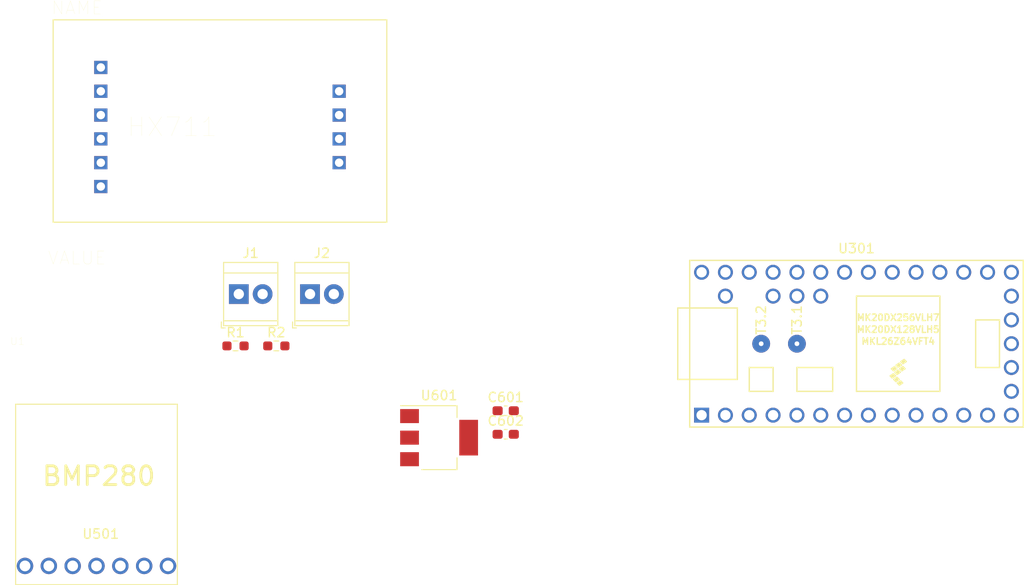
<source format=kicad_pcb>
(kicad_pcb (version 20171130) (host pcbnew "(5.1.9)-1")

  (general
    (thickness 1.6)
    (drawings 0)
    (tracks 0)
    (zones 0)
    (modules 10)
    (nets 57)
  )

  (page A4)
  (layers
    (0 F.Cu signal)
    (31 B.Cu signal)
    (32 B.Adhes user)
    (33 F.Adhes user)
    (34 B.Paste user)
    (35 F.Paste user)
    (36 B.SilkS user)
    (37 F.SilkS user)
    (38 B.Mask user)
    (39 F.Mask user)
    (40 Dwgs.User user)
    (41 Cmts.User user)
    (42 Eco1.User user)
    (43 Eco2.User user)
    (44 Edge.Cuts user)
    (45 Margin user)
    (46 B.CrtYd user)
    (47 F.CrtYd user)
    (48 B.Fab user)
    (49 F.Fab user)
  )

  (setup
    (last_trace_width 0.25)
    (trace_clearance 0.2)
    (zone_clearance 0.508)
    (zone_45_only no)
    (trace_min 0.2)
    (via_size 0.8)
    (via_drill 0.4)
    (via_min_size 0.4)
    (via_min_drill 0.3)
    (uvia_size 0.3)
    (uvia_drill 0.1)
    (uvias_allowed no)
    (uvia_min_size 0.2)
    (uvia_min_drill 0.1)
    (edge_width 0.05)
    (segment_width 0.2)
    (pcb_text_width 0.3)
    (pcb_text_size 1.5 1.5)
    (mod_edge_width 0.12)
    (mod_text_size 1 1)
    (mod_text_width 0.15)
    (pad_size 1.524 1.524)
    (pad_drill 0.762)
    (pad_to_mask_clearance 0)
    (aux_axis_origin 0 0)
    (visible_elements FFFFFF7F)
    (pcbplotparams
      (layerselection 0x010fc_ffffffff)
      (usegerberextensions false)
      (usegerberattributes true)
      (usegerberadvancedattributes true)
      (creategerberjobfile true)
      (excludeedgelayer true)
      (linewidth 0.100000)
      (plotframeref false)
      (viasonmask false)
      (mode 1)
      (useauxorigin false)
      (hpglpennumber 1)
      (hpglpenspeed 20)
      (hpglpendiameter 15.000000)
      (psnegative false)
      (psa4output false)
      (plotreference true)
      (plotvalue true)
      (plotinvisibletext false)
      (padsonsilk false)
      (subtractmaskfromsilk false)
      (outputformat 1)
      (mirror false)
      (drillshape 1)
      (scaleselection 1)
      (outputdirectory ""))
  )

  (net 0 "")
  (net 1 GND)
  (net 2 +BATT)
  (net 3 +5V)
  (net 4 "/WS STRAIN GAUGE/DT")
  (net 5 "/WS STRAIN GAUGE/SCK")
  (net 6 "Net-(U1-PadB+)")
  (net 7 "Net-(U1-PadB)")
  (net 8 "Net-(R1-Pad1)")
  (net 9 "Net-(J1-Pad2)")
  (net 10 "Net-(J2-Pad2)")
  (net 11 "Net-(J1-Pad1)")
  (net 12 "Net-(U301-Pad52)")
  (net 13 "Net-(U301-Pad1)")
  (net 14 "Net-(U301-Pad2)")
  (net 15 "Net-(U301-Pad3)")
  (net 16 "Net-(U301-Pad4)")
  (net 17 "Net-(U301-Pad5)")
  (net 18 "Net-(U301-Pad6)")
  (net 19 "Net-(U301-Pad7)")
  (net 20 "Net-(U301-Pad8)")
  (net 21 "Net-(U301-Pad9)")
  (net 22 "Net-(U301-Pad10)")
  (net 23 "Net-(U301-Pad11)")
  (net 24 "Net-(U301-Pad12)")
  (net 25 "Net-(U301-Pad13)")
  (net 26 "Net-(U301-Pad37)")
  (net 27 "Net-(U301-Pad36)")
  (net 28 "Net-(U301-Pad35)")
  (net 29 "Net-(U301-Pad34)")
  (net 30 "Net-(U301-Pad33)")
  (net 31 "Net-(U301-Pad32)")
  (net 32 "Net-(U301-Pad31)")
  (net 33 "Net-(U301-Pad30)")
  (net 34 "Net-(U301-Pad29)")
  (net 35 "Net-(U301-Pad28)")
  (net 36 "Net-(U301-Pad27)")
  (net 37 "Net-(U301-Pad26)")
  (net 38 "Net-(U301-Pad25)")
  (net 39 "Net-(U301-Pad24)")
  (net 40 "Net-(U301-Pad23)")
  (net 41 "Net-(U301-Pad22)")
  (net 42 "Net-(U301-Pad21)")
  (net 43 "Net-(U301-Pad14)")
  (net 44 "Net-(U301-Pad15)")
  (net 45 "Net-(U301-Pad16)")
  (net 46 "Net-(U301-Pad20)")
  (net 47 "Net-(U301-Pad19)")
  (net 48 "Net-(U301-Pad18)")
  (net 49 "Net-(U301-Pad17)")
  (net 50 "Net-(U501-Pad7)")
  (net 51 "Net-(U501-Pad6)")
  (net 52 "Net-(U501-Pad5)")
  (net 53 "Net-(U501-Pad4)")
  (net 54 "Net-(U501-Pad3)")
  (net 55 "Net-(U501-Pad2)")
  (net 56 "Net-(U501-Pad1)")

  (net_class Default "This is the default net class."
    (clearance 0.2)
    (trace_width 0.25)
    (via_dia 0.8)
    (via_drill 0.4)
    (uvia_dia 0.3)
    (uvia_drill 0.1)
    (add_net +5V)
    (add_net +BATT)
    (add_net "/WS STRAIN GAUGE/DT")
    (add_net "/WS STRAIN GAUGE/SCK")
    (add_net GND)
    (add_net "Net-(J1-Pad1)")
    (add_net "Net-(J1-Pad2)")
    (add_net "Net-(J2-Pad2)")
    (add_net "Net-(R1-Pad1)")
    (add_net "Net-(U1-PadB)")
    (add_net "Net-(U1-PadB+)")
    (add_net "Net-(U301-Pad1)")
    (add_net "Net-(U301-Pad10)")
    (add_net "Net-(U301-Pad11)")
    (add_net "Net-(U301-Pad12)")
    (add_net "Net-(U301-Pad13)")
    (add_net "Net-(U301-Pad14)")
    (add_net "Net-(U301-Pad15)")
    (add_net "Net-(U301-Pad16)")
    (add_net "Net-(U301-Pad17)")
    (add_net "Net-(U301-Pad18)")
    (add_net "Net-(U301-Pad19)")
    (add_net "Net-(U301-Pad2)")
    (add_net "Net-(U301-Pad20)")
    (add_net "Net-(U301-Pad21)")
    (add_net "Net-(U301-Pad22)")
    (add_net "Net-(U301-Pad23)")
    (add_net "Net-(U301-Pad24)")
    (add_net "Net-(U301-Pad25)")
    (add_net "Net-(U301-Pad26)")
    (add_net "Net-(U301-Pad27)")
    (add_net "Net-(U301-Pad28)")
    (add_net "Net-(U301-Pad29)")
    (add_net "Net-(U301-Pad3)")
    (add_net "Net-(U301-Pad30)")
    (add_net "Net-(U301-Pad31)")
    (add_net "Net-(U301-Pad32)")
    (add_net "Net-(U301-Pad33)")
    (add_net "Net-(U301-Pad34)")
    (add_net "Net-(U301-Pad35)")
    (add_net "Net-(U301-Pad36)")
    (add_net "Net-(U301-Pad37)")
    (add_net "Net-(U301-Pad4)")
    (add_net "Net-(U301-Pad5)")
    (add_net "Net-(U301-Pad52)")
    (add_net "Net-(U301-Pad6)")
    (add_net "Net-(U301-Pad7)")
    (add_net "Net-(U301-Pad8)")
    (add_net "Net-(U301-Pad9)")
    (add_net "Net-(U501-Pad1)")
    (add_net "Net-(U501-Pad2)")
    (add_net "Net-(U501-Pad3)")
    (add_net "Net-(U501-Pad4)")
    (add_net "Net-(U501-Pad5)")
    (add_net "Net-(U501-Pad6)")
    (add_net "Net-(U501-Pad7)")
  )

  (module Resistor_SMD:R_0603_1608Metric_Pad0.98x0.95mm_HandSolder (layer F.Cu) (tedit 5F68FEEE) (tstamp 604053DD)
    (at 136.588 92.906)
    (descr "Resistor SMD 0603 (1608 Metric), square (rectangular) end terminal, IPC_7351 nominal with elongated pad for handsoldering. (Body size source: IPC-SM-782 page 72, https://www.pcb-3d.com/wordpress/wp-content/uploads/ipc-sm-782a_amendment_1_and_2.pdf), generated with kicad-footprint-generator")
    (tags "resistor handsolder")
    (path /603A9D0E/603A9EFD)
    (attr smd)
    (fp_text reference R2 (at 0 -1.43) (layer F.SilkS)
      (effects (font (size 1 1) (thickness 0.15)))
    )
    (fp_text value R_US (at 0 1.43) (layer F.Fab)
      (effects (font (size 1 1) (thickness 0.15)))
    )
    (fp_text user %R (at 0 0) (layer F.Fab)
      (effects (font (size 0.4 0.4) (thickness 0.06)))
    )
    (fp_line (start -0.8 0.4125) (end -0.8 -0.4125) (layer F.Fab) (width 0.1))
    (fp_line (start -0.8 -0.4125) (end 0.8 -0.4125) (layer F.Fab) (width 0.1))
    (fp_line (start 0.8 -0.4125) (end 0.8 0.4125) (layer F.Fab) (width 0.1))
    (fp_line (start 0.8 0.4125) (end -0.8 0.4125) (layer F.Fab) (width 0.1))
    (fp_line (start -0.254724 -0.5225) (end 0.254724 -0.5225) (layer F.SilkS) (width 0.12))
    (fp_line (start -0.254724 0.5225) (end 0.254724 0.5225) (layer F.SilkS) (width 0.12))
    (fp_line (start -1.65 0.73) (end -1.65 -0.73) (layer F.CrtYd) (width 0.05))
    (fp_line (start -1.65 -0.73) (end 1.65 -0.73) (layer F.CrtYd) (width 0.05))
    (fp_line (start 1.65 -0.73) (end 1.65 0.73) (layer F.CrtYd) (width 0.05))
    (fp_line (start 1.65 0.73) (end -1.65 0.73) (layer F.CrtYd) (width 0.05))
    (pad 2 smd roundrect (at 0.9125 0) (size 0.975 0.95) (layers F.Cu F.Paste F.Mask) (roundrect_rratio 0.25)
      (net 8 "Net-(R1-Pad1)"))
    (pad 1 smd roundrect (at -0.9125 0) (size 0.975 0.95) (layers F.Cu F.Paste F.Mask) (roundrect_rratio 0.25)
      (net 10 "Net-(J2-Pad2)"))
    (model ${KISYS3DMOD}/Resistor_SMD.3dshapes/R_0603_1608Metric.wrl
      (at (xyz 0 0 0))
      (scale (xyz 1 1 1))
      (rotate (xyz 0 0 0))
    )
  )

  (module Resistor_SMD:R_0603_1608Metric_Pad0.98x0.95mm_HandSolder (layer F.Cu) (tedit 5F68FEEE) (tstamp 604053CC)
    (at 132.238 92.906)
    (descr "Resistor SMD 0603 (1608 Metric), square (rectangular) end terminal, IPC_7351 nominal with elongated pad for handsoldering. (Body size source: IPC-SM-782 page 72, https://www.pcb-3d.com/wordpress/wp-content/uploads/ipc-sm-782a_amendment_1_and_2.pdf), generated with kicad-footprint-generator")
    (tags "resistor handsolder")
    (path /603A9D0E/603AC306)
    (attr smd)
    (fp_text reference R1 (at 0 -1.43) (layer F.SilkS)
      (effects (font (size 1 1) (thickness 0.15)))
    )
    (fp_text value R_US (at 0 1.43) (layer F.Fab)
      (effects (font (size 1 1) (thickness 0.15)))
    )
    (fp_text user %R (at 0 0) (layer F.Fab)
      (effects (font (size 0.4 0.4) (thickness 0.06)))
    )
    (fp_line (start -0.8 0.4125) (end -0.8 -0.4125) (layer F.Fab) (width 0.1))
    (fp_line (start -0.8 -0.4125) (end 0.8 -0.4125) (layer F.Fab) (width 0.1))
    (fp_line (start 0.8 -0.4125) (end 0.8 0.4125) (layer F.Fab) (width 0.1))
    (fp_line (start 0.8 0.4125) (end -0.8 0.4125) (layer F.Fab) (width 0.1))
    (fp_line (start -0.254724 -0.5225) (end 0.254724 -0.5225) (layer F.SilkS) (width 0.12))
    (fp_line (start -0.254724 0.5225) (end 0.254724 0.5225) (layer F.SilkS) (width 0.12))
    (fp_line (start -1.65 0.73) (end -1.65 -0.73) (layer F.CrtYd) (width 0.05))
    (fp_line (start -1.65 -0.73) (end 1.65 -0.73) (layer F.CrtYd) (width 0.05))
    (fp_line (start 1.65 -0.73) (end 1.65 0.73) (layer F.CrtYd) (width 0.05))
    (fp_line (start 1.65 0.73) (end -1.65 0.73) (layer F.CrtYd) (width 0.05))
    (pad 2 smd roundrect (at 0.9125 0) (size 0.975 0.95) (layers F.Cu F.Paste F.Mask) (roundrect_rratio 0.25)
      (net 11 "Net-(J1-Pad1)"))
    (pad 1 smd roundrect (at -0.9125 0) (size 0.975 0.95) (layers F.Cu F.Paste F.Mask) (roundrect_rratio 0.25)
      (net 8 "Net-(R1-Pad1)"))
    (model ${KISYS3DMOD}/Resistor_SMD.3dshapes/R_0603_1608Metric.wrl
      (at (xyz 0 0 0))
      (scale (xyz 1 1 1))
      (rotate (xyz 0 0 0))
    )
  )

  (module TerminalBlock_TE-Connectivity:TerminalBlock_TE_282834-2_1x02_P2.54mm_Horizontal (layer F.Cu) (tedit 5B1EC513) (tstamp 604053BB)
    (at 140.178 87.376)
    (descr "Terminal Block TE 282834-2, 2 pins, pitch 2.54mm, size 5.54x6.5mm^2, drill diamater 1.1mm, pad diameter 2.1mm, see http://www.te.com/commerce/DocumentDelivery/DDEController?Action=showdoc&DocId=Customer+Drawing%7F282834%7FC1%7Fpdf%7FEnglish%7FENG_CD_282834_C1.pdf, script-generated using https://github.com/pointhi/kicad-footprint-generator/scripts/TerminalBlock_TE-Connectivity")
    (tags "THT Terminal Block TE 282834-2 pitch 2.54mm size 5.54x6.5mm^2 drill 1.1mm pad 2.1mm")
    (path /603A9D0E/603BC7EF)
    (fp_text reference J2 (at 1.27 -4.37) (layer F.SilkS)
      (effects (font (size 1 1) (thickness 0.15)))
    )
    (fp_text value Screw_Terminal_01x02 (at 1.27 4.37) (layer F.Fab)
      (effects (font (size 1 1) (thickness 0.15)))
    )
    (fp_text user %R (at 1.27 2) (layer F.Fab)
      (effects (font (size 1 1) (thickness 0.15)))
    )
    (fp_circle (center 0 0) (end 1.1 0) (layer F.Fab) (width 0.1))
    (fp_circle (center 2.54 0) (end 3.64 0) (layer F.Fab) (width 0.1))
    (fp_line (start -1.5 -3.25) (end 4.04 -3.25) (layer F.Fab) (width 0.1))
    (fp_line (start 4.04 -3.25) (end 4.04 3.25) (layer F.Fab) (width 0.1))
    (fp_line (start 4.04 3.25) (end -1.1 3.25) (layer F.Fab) (width 0.1))
    (fp_line (start -1.1 3.25) (end -1.5 2.85) (layer F.Fab) (width 0.1))
    (fp_line (start -1.5 2.85) (end -1.5 -3.25) (layer F.Fab) (width 0.1))
    (fp_line (start -1.5 2.85) (end 4.04 2.85) (layer F.Fab) (width 0.1))
    (fp_line (start -1.62 2.85) (end 4.16 2.85) (layer F.SilkS) (width 0.12))
    (fp_line (start -1.5 -2.25) (end 4.04 -2.25) (layer F.Fab) (width 0.1))
    (fp_line (start -1.62 -2.25) (end 4.16 -2.25) (layer F.SilkS) (width 0.12))
    (fp_line (start -1.62 -3.37) (end 4.16 -3.37) (layer F.SilkS) (width 0.12))
    (fp_line (start -1.62 3.37) (end 4.16 3.37) (layer F.SilkS) (width 0.12))
    (fp_line (start -1.62 -3.37) (end -1.62 3.37) (layer F.SilkS) (width 0.12))
    (fp_line (start 4.16 -3.37) (end 4.16 3.37) (layer F.SilkS) (width 0.12))
    (fp_line (start 0.835 -0.7) (end -0.701 0.835) (layer F.Fab) (width 0.1))
    (fp_line (start 0.701 -0.835) (end -0.835 0.7) (layer F.Fab) (width 0.1))
    (fp_line (start 3.375 -0.7) (end 1.84 0.835) (layer F.Fab) (width 0.1))
    (fp_line (start 3.241 -0.835) (end 1.706 0.7) (layer F.Fab) (width 0.1))
    (fp_line (start -1.86 2.97) (end -1.86 3.61) (layer F.SilkS) (width 0.12))
    (fp_line (start -1.86 3.61) (end -1.46 3.61) (layer F.SilkS) (width 0.12))
    (fp_line (start -2 -3.75) (end -2 3.75) (layer F.CrtYd) (width 0.05))
    (fp_line (start -2 3.75) (end 4.54 3.75) (layer F.CrtYd) (width 0.05))
    (fp_line (start 4.54 3.75) (end 4.54 -3.75) (layer F.CrtYd) (width 0.05))
    (fp_line (start 4.54 -3.75) (end -2 -3.75) (layer F.CrtYd) (width 0.05))
    (pad 2 thru_hole circle (at 2.54 0) (size 2.1 2.1) (drill 1.1) (layers *.Cu *.Mask)
      (net 10 "Net-(J2-Pad2)"))
    (pad 1 thru_hole rect (at 0 0) (size 2.1 2.1) (drill 1.1) (layers *.Cu *.Mask)
      (net 9 "Net-(J1-Pad2)"))
    (model ${KISYS3DMOD}/TerminalBlock_TE-Connectivity.3dshapes/TerminalBlock_TE_282834-2_1x02_P2.54mm_Horizontal.wrl
      (at (xyz 0 0 0))
      (scale (xyz 1 1 1))
      (rotate (xyz 0 0 0))
    )
  )

  (module TerminalBlock_TE-Connectivity:TerminalBlock_TE_282834-2_1x02_P2.54mm_Horizontal (layer F.Cu) (tedit 5B1EC513) (tstamp 6040539B)
    (at 132.588 87.376)
    (descr "Terminal Block TE 282834-2, 2 pins, pitch 2.54mm, size 5.54x6.5mm^2, drill diamater 1.1mm, pad diameter 2.1mm, see http://www.te.com/commerce/DocumentDelivery/DDEController?Action=showdoc&DocId=Customer+Drawing%7F282834%7FC1%7Fpdf%7FEnglish%7FENG_CD_282834_C1.pdf, script-generated using https://github.com/pointhi/kicad-footprint-generator/scripts/TerminalBlock_TE-Connectivity")
    (tags "THT Terminal Block TE 282834-2 pitch 2.54mm size 5.54x6.5mm^2 drill 1.1mm pad 2.1mm")
    (path /603A9D0E/603B9733)
    (fp_text reference J1 (at 1.27 -4.37) (layer F.SilkS)
      (effects (font (size 1 1) (thickness 0.15)))
    )
    (fp_text value Screw_Terminal_01x02 (at 1.27 4.37) (layer F.Fab)
      (effects (font (size 1 1) (thickness 0.15)))
    )
    (fp_text user %R (at 1.27 2) (layer F.Fab)
      (effects (font (size 1 1) (thickness 0.15)))
    )
    (fp_circle (center 0 0) (end 1.1 0) (layer F.Fab) (width 0.1))
    (fp_circle (center 2.54 0) (end 3.64 0) (layer F.Fab) (width 0.1))
    (fp_line (start -1.5 -3.25) (end 4.04 -3.25) (layer F.Fab) (width 0.1))
    (fp_line (start 4.04 -3.25) (end 4.04 3.25) (layer F.Fab) (width 0.1))
    (fp_line (start 4.04 3.25) (end -1.1 3.25) (layer F.Fab) (width 0.1))
    (fp_line (start -1.1 3.25) (end -1.5 2.85) (layer F.Fab) (width 0.1))
    (fp_line (start -1.5 2.85) (end -1.5 -3.25) (layer F.Fab) (width 0.1))
    (fp_line (start -1.5 2.85) (end 4.04 2.85) (layer F.Fab) (width 0.1))
    (fp_line (start -1.62 2.85) (end 4.16 2.85) (layer F.SilkS) (width 0.12))
    (fp_line (start -1.5 -2.25) (end 4.04 -2.25) (layer F.Fab) (width 0.1))
    (fp_line (start -1.62 -2.25) (end 4.16 -2.25) (layer F.SilkS) (width 0.12))
    (fp_line (start -1.62 -3.37) (end 4.16 -3.37) (layer F.SilkS) (width 0.12))
    (fp_line (start -1.62 3.37) (end 4.16 3.37) (layer F.SilkS) (width 0.12))
    (fp_line (start -1.62 -3.37) (end -1.62 3.37) (layer F.SilkS) (width 0.12))
    (fp_line (start 4.16 -3.37) (end 4.16 3.37) (layer F.SilkS) (width 0.12))
    (fp_line (start 0.835 -0.7) (end -0.701 0.835) (layer F.Fab) (width 0.1))
    (fp_line (start 0.701 -0.835) (end -0.835 0.7) (layer F.Fab) (width 0.1))
    (fp_line (start 3.375 -0.7) (end 1.84 0.835) (layer F.Fab) (width 0.1))
    (fp_line (start 3.241 -0.835) (end 1.706 0.7) (layer F.Fab) (width 0.1))
    (fp_line (start -1.86 2.97) (end -1.86 3.61) (layer F.SilkS) (width 0.12))
    (fp_line (start -1.86 3.61) (end -1.46 3.61) (layer F.SilkS) (width 0.12))
    (fp_line (start -2 -3.75) (end -2 3.75) (layer F.CrtYd) (width 0.05))
    (fp_line (start -2 3.75) (end 4.54 3.75) (layer F.CrtYd) (width 0.05))
    (fp_line (start 4.54 3.75) (end 4.54 -3.75) (layer F.CrtYd) (width 0.05))
    (fp_line (start 4.54 -3.75) (end -2 -3.75) (layer F.CrtYd) (width 0.05))
    (pad 2 thru_hole circle (at 2.54 0) (size 2.1 2.1) (drill 1.1) (layers *.Cu *.Mask)
      (net 9 "Net-(J1-Pad2)"))
    (pad 1 thru_hole rect (at 0 0) (size 2.1 2.1) (drill 1.1) (layers *.Cu *.Mask)
      (net 11 "Net-(J1-Pad1)"))
    (model ${KISYS3DMOD}/TerminalBlock_TE-Connectivity.3dshapes/TerminalBlock_TE_282834-2_1x02_P2.54mm_Horizontal.wrl
      (at (xyz 0 0 0))
      (scale (xyz 1 1 1))
      (rotate (xyz 0 0 0))
    )
  )

  (module Package_TO_SOT_SMD:SOT-223 (layer F.Cu) (tedit 5A02FF57) (tstamp 604042A3)
    (at 153.936 102.692)
    (descr "module CMS SOT223 4 pins")
    (tags "CMS SOT")
    (path /60404A5A/603A9BB7)
    (attr smd)
    (fp_text reference U601 (at 0 -4.5) (layer F.SilkS)
      (effects (font (size 1 1) (thickness 0.15)))
    )
    (fp_text value MIC39100-5.0WS (at 0 4.5) (layer F.Fab)
      (effects (font (size 1 1) (thickness 0.15)))
    )
    (fp_text user %R (at 0 0 90) (layer F.Fab)
      (effects (font (size 0.8 0.8) (thickness 0.12)))
    )
    (fp_line (start -1.85 -2.3) (end -0.8 -3.35) (layer F.Fab) (width 0.1))
    (fp_line (start 1.91 3.41) (end 1.91 2.15) (layer F.SilkS) (width 0.12))
    (fp_line (start 1.91 -3.41) (end 1.91 -2.15) (layer F.SilkS) (width 0.12))
    (fp_line (start 4.4 -3.6) (end -4.4 -3.6) (layer F.CrtYd) (width 0.05))
    (fp_line (start 4.4 3.6) (end 4.4 -3.6) (layer F.CrtYd) (width 0.05))
    (fp_line (start -4.4 3.6) (end 4.4 3.6) (layer F.CrtYd) (width 0.05))
    (fp_line (start -4.4 -3.6) (end -4.4 3.6) (layer F.CrtYd) (width 0.05))
    (fp_line (start -1.85 -2.3) (end -1.85 3.35) (layer F.Fab) (width 0.1))
    (fp_line (start -1.85 3.41) (end 1.91 3.41) (layer F.SilkS) (width 0.12))
    (fp_line (start -0.8 -3.35) (end 1.85 -3.35) (layer F.Fab) (width 0.1))
    (fp_line (start -4.1 -3.41) (end 1.91 -3.41) (layer F.SilkS) (width 0.12))
    (fp_line (start -1.85 3.35) (end 1.85 3.35) (layer F.Fab) (width 0.1))
    (fp_line (start 1.85 -3.35) (end 1.85 3.35) (layer F.Fab) (width 0.1))
    (pad 1 smd rect (at -3.15 -2.3) (size 2 1.5) (layers F.Cu F.Paste F.Mask)
      (net 2 +BATT))
    (pad 3 smd rect (at -3.15 2.3) (size 2 1.5) (layers F.Cu F.Paste F.Mask)
      (net 3 +5V))
    (pad 2 smd rect (at -3.15 0) (size 2 1.5) (layers F.Cu F.Paste F.Mask)
      (net 1 GND))
    (pad 4 smd rect (at 3.15 0) (size 2 3.8) (layers F.Cu F.Paste F.Mask))
    (model ${KISYS3DMOD}/Package_TO_SOT_SMD.3dshapes/SOT-223.wrl
      (at (xyz 0 0 0))
      (scale (xyz 1 1 1))
      (rotate (xyz 0 0 0))
    )
  )

  (module "Artemis Payload Computer:BMP280" (layer F.Cu) (tedit 602826C7) (tstamp 6040428D)
    (at 109.801 116.377)
    (path /60404167/6040437C)
    (fp_text reference U501 (at 8.07 -3.41) (layer F.SilkS)
      (effects (font (size 1 1) (thickness 0.15)))
    )
    (fp_text value BMP280 (at 7.76 -4.9) (layer F.Fab)
      (effects (font (size 1 1) (thickness 0.15)))
    )
    (fp_text user BMP280 (at 7.87 -9.59) (layer F.SilkS)
      (effects (font (size 2 2) (thickness 0.3)))
    )
    (fp_line (start -1 2) (end -1 -17.25) (layer F.SilkS) (width 0.12))
    (fp_line (start -1 -17.25) (end 16.24 -17.25) (layer F.SilkS) (width 0.12))
    (fp_line (start 16.24 -17.25) (end 16.24 2) (layer F.SilkS) (width 0.12))
    (fp_line (start 16.24 2) (end -1 2) (layer F.SilkS) (width 0.12))
    (pad 7 thru_hole circle (at 15.24 0) (size 1.75 1.75) (drill 1.15) (layers *.Cu *.Mask)
      (net 50 "Net-(U501-Pad7)"))
    (pad 6 thru_hole circle (at 12.7 0) (size 1.75 1.75) (drill 1.15) (layers *.Cu *.Mask)
      (net 51 "Net-(U501-Pad6)"))
    (pad 5 thru_hole circle (at 10.16 0) (size 1.75 1.75) (drill 1.15) (layers *.Cu *.Mask)
      (net 52 "Net-(U501-Pad5)"))
    (pad 4 thru_hole circle (at 7.62 0) (size 1.75 1.75) (drill 1.15) (layers *.Cu *.Mask)
      (net 53 "Net-(U501-Pad4)"))
    (pad 3 thru_hole circle (at 5.08 0) (size 1.75 1.75) (drill 1.15) (layers *.Cu *.Mask)
      (net 54 "Net-(U501-Pad3)"))
    (pad 2 thru_hole circle (at 2.54 0) (size 1.75 1.75) (drill 1.15) (layers *.Cu *.Mask)
      (net 55 "Net-(U501-Pad2)"))
    (pad 1 thru_hole circle (at 0 0) (size 1.75 1.75) (drill 1.15) (layers *.Cu *.Mask)
      (net 56 "Net-(U501-Pad1)"))
  )

  (module "Artemis Payload Computer:Teensy30_31_32_LC" (layer F.Cu) (tedit 5D5216D8) (tstamp 6040426A)
    (at 198.426 92.672)
    (path /60403E20/6028516C)
    (fp_text reference U301 (at 0 -10.16) (layer F.SilkS)
      (effects (font (size 1 1) (thickness 0.15)))
    )
    (fp_text value Teensy3.2 (at 0 10.16) (layer F.Fab)
      (effects (font (size 1 1) (thickness 0.15)))
    )
    (fp_text user MK20DX128VLH5 (at 4.445 -1.524) (layer F.SilkS)
      (effects (font (size 0.7 0.7) (thickness 0.15)))
    )
    (fp_text user MKL26Z64VFT4 (at 4.445 -0.254) (layer F.SilkS)
      (effects (font (size 0.7 0.7) (thickness 0.15)))
    )
    (fp_text user MK20DX256VLH7 (at 4.445 -2.794) (layer F.SilkS)
      (effects (font (size 0.7 0.7) (thickness 0.15)))
    )
    (fp_text user T3.1 (at -6.35 -2.54 90) (layer F.SilkS)
      (effects (font (size 1 1) (thickness 0.15)))
    )
    (fp_text user T3.2 (at -10.16 -2.54 90) (layer F.SilkS)
      (effects (font (size 1 1) (thickness 0.15)))
    )
    (fp_poly (pts (xy 4.826 2.921) (xy 4.572 2.667) (xy 4.953 2.413) (xy 5.207 2.667)) (layer F.SilkS) (width 0.1))
    (fp_poly (pts (xy 3.81 3.683) (xy 3.556 3.429) (xy 3.937 3.175) (xy 4.191 3.429)) (layer F.SilkS) (width 0.1))
    (fp_poly (pts (xy 4.572 4.445) (xy 4.318 4.191) (xy 4.699 3.937) (xy 4.953 4.191)) (layer F.SilkS) (width 0.1))
    (fp_poly (pts (xy 4.445 2.54) (xy 4.191 2.286) (xy 4.572 2.032) (xy 4.826 2.286)) (layer F.SilkS) (width 0.1))
    (fp_poly (pts (xy 4.191 4.064) (xy 3.937 3.81) (xy 4.318 3.556) (xy 4.572 3.81)) (layer F.SilkS) (width 0.1))
    (fp_poly (pts (xy 4.953 2.159) (xy 4.699 1.905) (xy 5.08 1.651) (xy 5.334 1.905)) (layer F.SilkS) (width 0.1))
    (fp_poly (pts (xy 4.318 3.302) (xy 4.064 3.048) (xy 4.445 2.794) (xy 4.699 3.048)) (layer F.SilkS) (width 0.1))
    (fp_poly (pts (xy 3.937 2.921) (xy 3.683 2.667) (xy 4.064 2.413) (xy 4.318 2.667)) (layer F.SilkS) (width 0.1))
    (fp_line (start -17.78 8.89) (end -17.78 -8.89) (layer F.SilkS) (width 0.15))
    (fp_line (start 17.78 8.89) (end -17.78 8.89) (layer F.SilkS) (width 0.15))
    (fp_line (start 17.78 -8.89) (end 17.78 8.89) (layer F.SilkS) (width 0.15))
    (fp_line (start -17.78 -8.89) (end 17.78 -8.89) (layer F.SilkS) (width 0.15))
    (fp_line (start 8.89 5.08) (end 0 5.08) (layer F.SilkS) (width 0.15))
    (fp_line (start 8.89 -5.08) (end 0 -5.08) (layer F.SilkS) (width 0.15))
    (fp_line (start 0 -5.08) (end 0 5.08) (layer F.SilkS) (width 0.15))
    (fp_line (start 8.89 5.08) (end 8.89 -5.08) (layer F.SilkS) (width 0.15))
    (fp_line (start 12.7 -2.54) (end 15.24 -2.54) (layer F.SilkS) (width 0.15))
    (fp_line (start 12.7 2.54) (end 12.7 -2.54) (layer F.SilkS) (width 0.15))
    (fp_line (start 15.24 2.54) (end 12.7 2.54) (layer F.SilkS) (width 0.15))
    (fp_line (start 15.24 -2.54) (end 15.24 2.54) (layer F.SilkS) (width 0.15))
    (fp_line (start -11.43 2.54) (end -11.43 5.08) (layer F.SilkS) (width 0.15))
    (fp_line (start -8.89 2.54) (end -11.43 2.54) (layer F.SilkS) (width 0.15))
    (fp_line (start -8.89 5.08) (end -8.89 2.54) (layer F.SilkS) (width 0.15))
    (fp_line (start -11.43 5.08) (end -8.89 5.08) (layer F.SilkS) (width 0.15))
    (fp_line (start -12.7 3.81) (end -17.78 3.81) (layer F.SilkS) (width 0.15))
    (fp_line (start -12.7 -3.81) (end -17.78 -3.81) (layer F.SilkS) (width 0.15))
    (fp_line (start -12.7 3.81) (end -12.7 -3.81) (layer F.SilkS) (width 0.15))
    (fp_line (start -6.35 2.54) (end -6.35 5.08) (layer F.SilkS) (width 0.15))
    (fp_line (start -2.54 2.54) (end -6.35 2.54) (layer F.SilkS) (width 0.15))
    (fp_line (start -2.54 5.08) (end -2.54 2.54) (layer F.SilkS) (width 0.15))
    (fp_line (start -6.35 5.08) (end -2.54 5.08) (layer F.SilkS) (width 0.15))
    (fp_line (start -19.05 -3.81) (end -17.78 -3.81) (layer F.SilkS) (width 0.15))
    (fp_line (start -19.05 3.81) (end -19.05 -3.81) (layer F.SilkS) (width 0.15))
    (fp_line (start -17.78 3.81) (end -19.05 3.81) (layer F.SilkS) (width 0.15))
    (pad 52 thru_hole circle (at -10.16 0) (size 1.9 1.9) (drill 0.5) (layers *.Cu *.Mask)
      (net 12 "Net-(U301-Pad52)"))
    (pad 52 thru_hole circle (at -6.35 0) (size 1.9 1.9) (drill 0.5) (layers *.Cu *.Mask)
      (net 12 "Net-(U301-Pad52)"))
    (pad 1 thru_hole rect (at -16.51 7.62) (size 1.6 1.6) (drill 1.1) (layers *.Cu *.Mask)
      (net 13 "Net-(U301-Pad1)"))
    (pad 2 thru_hole circle (at -13.97 7.62) (size 1.6 1.6) (drill 1.1) (layers *.Cu *.Mask)
      (net 14 "Net-(U301-Pad2)"))
    (pad 3 thru_hole circle (at -11.43 7.62) (size 1.6 1.6) (drill 1.1) (layers *.Cu *.Mask)
      (net 15 "Net-(U301-Pad3)"))
    (pad 4 thru_hole circle (at -8.89 7.62) (size 1.6 1.6) (drill 1.1) (layers *.Cu *.Mask)
      (net 16 "Net-(U301-Pad4)"))
    (pad 5 thru_hole circle (at -6.35 7.62) (size 1.6 1.6) (drill 1.1) (layers *.Cu *.Mask)
      (net 17 "Net-(U301-Pad5)"))
    (pad 6 thru_hole circle (at -3.81 7.62) (size 1.6 1.6) (drill 1.1) (layers *.Cu *.Mask)
      (net 18 "Net-(U301-Pad6)"))
    (pad 7 thru_hole circle (at -1.27 7.62) (size 1.6 1.6) (drill 1.1) (layers *.Cu *.Mask)
      (net 19 "Net-(U301-Pad7)"))
    (pad 8 thru_hole circle (at 1.27 7.62) (size 1.6 1.6) (drill 1.1) (layers *.Cu *.Mask)
      (net 20 "Net-(U301-Pad8)"))
    (pad 9 thru_hole circle (at 3.81 7.62) (size 1.6 1.6) (drill 1.1) (layers *.Cu *.Mask)
      (net 21 "Net-(U301-Pad9)"))
    (pad 10 thru_hole circle (at 6.35 7.62) (size 1.6 1.6) (drill 1.1) (layers *.Cu *.Mask)
      (net 22 "Net-(U301-Pad10)"))
    (pad 11 thru_hole circle (at 8.89 7.62) (size 1.6 1.6) (drill 1.1) (layers *.Cu *.Mask)
      (net 23 "Net-(U301-Pad11)"))
    (pad 12 thru_hole circle (at 11.43 7.62) (size 1.6 1.6) (drill 1.1) (layers *.Cu *.Mask)
      (net 24 "Net-(U301-Pad12)"))
    (pad 13 thru_hole circle (at 13.97 7.62) (size 1.6 1.6) (drill 1.1) (layers *.Cu *.Mask)
      (net 25 "Net-(U301-Pad13)"))
    (pad 37 thru_hole circle (at -3.81 -5.08) (size 1.6 1.6) (drill 1.1) (layers *.Cu *.Mask)
      (net 26 "Net-(U301-Pad37)"))
    (pad 36 thru_hole circle (at -6.35 -5.08) (size 1.6 1.6) (drill 1.1) (layers *.Cu *.Mask)
      (net 27 "Net-(U301-Pad36)"))
    (pad 35 thru_hole circle (at -8.89 -5.08) (size 1.6 1.6) (drill 1.1) (layers *.Cu *.Mask)
      (net 28 "Net-(U301-Pad35)"))
    (pad 34 thru_hole circle (at -13.97 -5.08) (size 1.6 1.6) (drill 1.1) (layers *.Cu *.Mask)
      (net 29 "Net-(U301-Pad34)"))
    (pad 33 thru_hole circle (at -16.51 -7.62) (size 1.6 1.6) (drill 1.1) (layers *.Cu *.Mask)
      (net 30 "Net-(U301-Pad33)"))
    (pad 32 thru_hole circle (at -13.97 -7.62) (size 1.6 1.6) (drill 1.1) (layers *.Cu *.Mask)
      (net 31 "Net-(U301-Pad32)"))
    (pad 31 thru_hole circle (at -11.43 -7.62) (size 1.6 1.6) (drill 1.1) (layers *.Cu *.Mask)
      (net 32 "Net-(U301-Pad31)"))
    (pad 30 thru_hole circle (at -8.89 -7.62) (size 1.6 1.6) (drill 1.1) (layers *.Cu *.Mask)
      (net 33 "Net-(U301-Pad30)"))
    (pad 29 thru_hole circle (at -6.35 -7.62) (size 1.6 1.6) (drill 1.1) (layers *.Cu *.Mask)
      (net 34 "Net-(U301-Pad29)"))
    (pad 28 thru_hole circle (at -3.81 -7.62) (size 1.6 1.6) (drill 1.1) (layers *.Cu *.Mask)
      (net 35 "Net-(U301-Pad28)"))
    (pad 27 thru_hole circle (at -1.27 -7.62) (size 1.6 1.6) (drill 1.1) (layers *.Cu *.Mask)
      (net 36 "Net-(U301-Pad27)"))
    (pad 26 thru_hole circle (at 1.27 -7.62) (size 1.6 1.6) (drill 1.1) (layers *.Cu *.Mask)
      (net 37 "Net-(U301-Pad26)"))
    (pad 25 thru_hole circle (at 3.81 -7.62) (size 1.6 1.6) (drill 1.1) (layers *.Cu *.Mask)
      (net 38 "Net-(U301-Pad25)"))
    (pad 24 thru_hole circle (at 6.35 -7.62) (size 1.6 1.6) (drill 1.1) (layers *.Cu *.Mask)
      (net 39 "Net-(U301-Pad24)"))
    (pad 23 thru_hole circle (at 8.89 -7.62) (size 1.6 1.6) (drill 1.1) (layers *.Cu *.Mask)
      (net 40 "Net-(U301-Pad23)"))
    (pad 22 thru_hole circle (at 11.43 -7.62) (size 1.6 1.6) (drill 1.1) (layers *.Cu *.Mask)
      (net 41 "Net-(U301-Pad22)"))
    (pad 21 thru_hole circle (at 13.97 -7.62) (size 1.6 1.6) (drill 1.1) (layers *.Cu *.Mask)
      (net 42 "Net-(U301-Pad21)"))
    (pad 14 thru_hole circle (at 16.51 7.62) (size 1.6 1.6) (drill 1.1) (layers *.Cu *.Mask)
      (net 43 "Net-(U301-Pad14)"))
    (pad 15 thru_hole circle (at 16.51 5.08) (size 1.6 1.6) (drill 1.1) (layers *.Cu *.Mask)
      (net 44 "Net-(U301-Pad15)"))
    (pad 16 thru_hole circle (at 16.51 2.54) (size 1.6 1.6) (drill 1.1) (layers *.Cu *.Mask)
      (net 45 "Net-(U301-Pad16)"))
    (pad 20 thru_hole circle (at 16.51 -7.62) (size 1.6 1.6) (drill 1.1) (layers *.Cu *.Mask)
      (net 46 "Net-(U301-Pad20)"))
    (pad 19 thru_hole circle (at 16.51 -5.08) (size 1.6 1.6) (drill 1.1) (layers *.Cu *.Mask)
      (net 47 "Net-(U301-Pad19)"))
    (pad 18 thru_hole circle (at 16.51 -2.54) (size 1.6 1.6) (drill 1.1) (layers *.Cu *.Mask)
      (net 48 "Net-(U301-Pad18)"))
    (pad 17 thru_hole circle (at 16.51 0) (size 1.6 1.6) (drill 1.1) (layers *.Cu *.Mask)
      (net 49 "Net-(U301-Pad17)"))
  )

  (module .pretty:HX711 (layer F.Cu) (tedit 603FEE99) (tstamp 60404218)
    (at 108.990999 92.4105)
    (path /603A9D0E/604038E2)
    (fp_text reference U1 (at 0 0) (layer F.SilkS)
      (effects (font (size 0.787402 0.787402) (thickness 0.015)))
    )
    (fp_text value HX711 (at 0 0) (layer F.Fab)
      (effects (font (size 0.787402 0.787402) (thickness 0.015)))
    )
    (fp_text user HX711 (at 16.51 -22.86) (layer F.SilkS)
      (effects (font (size 2 2) (thickness 0.015)))
    )
    (fp_text user VALUE (at 6.35 -8.89) (layer F.SilkS)
      (effects (font (size 1.4 1.4) (thickness 0.015)))
    )
    (fp_text user NAME (at 6.35 -35.56) (layer F.SilkS)
      (effects (font (size 1.4 1.4) (thickness 0.015)))
    )
    (fp_line (start 3.81 -12.7) (end 3.81 -34.29) (layer F.SilkS) (width 0.127))
    (fp_line (start 3.81 -34.29) (end 39.37 -34.29) (layer F.SilkS) (width 0.127))
    (fp_line (start 39.37 -34.29) (end 39.37 -12.7) (layer F.SilkS) (width 0.127))
    (fp_line (start 39.37 -12.7) (end 3.81 -12.7) (layer F.SilkS) (width 0.127))
    (fp_line (start 3.81 -12.7) (end 3.81 -34.29) (layer F.Fab) (width 0.127))
    (fp_line (start 3.81 -34.29) (end 39.37 -34.29) (layer F.Fab) (width 0.127))
    (fp_line (start 39.37 -34.29) (end 39.37 -12.7) (layer F.Fab) (width 0.127))
    (fp_line (start 39.37 -12.7) (end 3.81 -12.7) (layer F.Fab) (width 0.127))
    (pad GND thru_hole rect (at 34.29 -26.67) (size 1.408 1.408) (drill 0.9) (layers *.Cu *.Mask)
      (net 1 GND))
    (pad DT thru_hole rect (at 34.29 -24.13) (size 1.408 1.408) (drill 0.9) (layers *.Cu *.Mask)
      (net 4 "/WS STRAIN GAUGE/DT"))
    (pad SCK thru_hole rect (at 34.29 -21.59) (size 1.408 1.408) (drill 0.9) (layers *.Cu *.Mask)
      (net 5 "/WS STRAIN GAUGE/SCK"))
    (pad VCC thru_hole rect (at 34.29 -19.05) (size 1.408 1.408) (drill 0.9) (layers *.Cu *.Mask)
      (net 3 +5V))
    (pad B+ thru_hole rect (at 8.89 -16.51) (size 1.408 1.408) (drill 0.9) (layers *.Cu *.Mask)
      (net 6 "Net-(U1-PadB+)"))
    (pad B thru_hole rect (at 8.89 -19.05) (size 1.408 1.408) (drill 0.9) (layers *.Cu *.Mask)
      (net 7 "Net-(U1-PadB)"))
    (pad A+ thru_hole rect (at 8.89 -21.59) (size 1.408 1.408) (drill 0.9) (layers *.Cu *.Mask)
      (net 8 "Net-(R1-Pad1)"))
    (pad A thru_hole rect (at 8.89 -24.13) (size 1.408 1.408) (drill 0.9) (layers *.Cu *.Mask)
      (net 9 "Net-(J1-Pad2)"))
    (pad E thru_hole rect (at 8.89 -26.67) (size 1.408 1.408) (drill 0.9) (layers *.Cu *.Mask)
      (net 10 "Net-(J2-Pad2)"))
    (pad E+ thru_hole rect (at 8.89 -29.21) (size 1.408 1.408) (drill 0.9) (layers *.Cu *.Mask)
      (net 11 "Net-(J1-Pad1)"))
  )

  (module Capacitor_SMD:C_0603_1608Metric_Pad1.08x0.95mm_HandSolder (layer F.Cu) (tedit 5F68FEEF) (tstamp 604041FF)
    (at 161.036 102.332)
    (descr "Capacitor SMD 0603 (1608 Metric), square (rectangular) end terminal, IPC_7351 nominal with elongated pad for handsoldering. (Body size source: IPC-SM-782 page 76, https://www.pcb-3d.com/wordpress/wp-content/uploads/ipc-sm-782a_amendment_1_and_2.pdf), generated with kicad-footprint-generator")
    (tags "capacitor handsolder")
    (path /60404A5A/603ABFDD)
    (attr smd)
    (fp_text reference C602 (at 0 -1.43) (layer F.SilkS)
      (effects (font (size 1 1) (thickness 0.15)))
    )
    (fp_text value "10 uF" (at 0 1.43) (layer F.Fab)
      (effects (font (size 1 1) (thickness 0.15)))
    )
    (fp_text user %R (at 0 0) (layer F.Fab)
      (effects (font (size 0.4 0.4) (thickness 0.06)))
    )
    (fp_line (start -0.8 0.4) (end -0.8 -0.4) (layer F.Fab) (width 0.1))
    (fp_line (start -0.8 -0.4) (end 0.8 -0.4) (layer F.Fab) (width 0.1))
    (fp_line (start 0.8 -0.4) (end 0.8 0.4) (layer F.Fab) (width 0.1))
    (fp_line (start 0.8 0.4) (end -0.8 0.4) (layer F.Fab) (width 0.1))
    (fp_line (start -0.146267 -0.51) (end 0.146267 -0.51) (layer F.SilkS) (width 0.12))
    (fp_line (start -0.146267 0.51) (end 0.146267 0.51) (layer F.SilkS) (width 0.12))
    (fp_line (start -1.65 0.73) (end -1.65 -0.73) (layer F.CrtYd) (width 0.05))
    (fp_line (start -1.65 -0.73) (end 1.65 -0.73) (layer F.CrtYd) (width 0.05))
    (fp_line (start 1.65 -0.73) (end 1.65 0.73) (layer F.CrtYd) (width 0.05))
    (fp_line (start 1.65 0.73) (end -1.65 0.73) (layer F.CrtYd) (width 0.05))
    (pad 2 smd roundrect (at 0.8625 0) (size 1.075 0.95) (layers F.Cu F.Paste F.Mask) (roundrect_rratio 0.25)
      (net 1 GND))
    (pad 1 smd roundrect (at -0.8625 0) (size 1.075 0.95) (layers F.Cu F.Paste F.Mask) (roundrect_rratio 0.25)
      (net 3 +5V))
    (model ${KISYS3DMOD}/Capacitor_SMD.3dshapes/C_0603_1608Metric.wrl
      (at (xyz 0 0 0))
      (scale (xyz 1 1 1))
      (rotate (xyz 0 0 0))
    )
  )

  (module Capacitor_SMD:C_0603_1608Metric_Pad1.08x0.95mm_HandSolder (layer F.Cu) (tedit 5F68FEEF) (tstamp 604041EE)
    (at 161.036 99.822)
    (descr "Capacitor SMD 0603 (1608 Metric), square (rectangular) end terminal, IPC_7351 nominal with elongated pad for handsoldering. (Body size source: IPC-SM-782 page 76, https://www.pcb-3d.com/wordpress/wp-content/uploads/ipc-sm-782a_amendment_1_and_2.pdf), generated with kicad-footprint-generator")
    (tags "capacitor handsolder")
    (path /60404A5A/603ACE4A)
    (attr smd)
    (fp_text reference C601 (at 0 -1.43) (layer F.SilkS)
      (effects (font (size 1 1) (thickness 0.15)))
    )
    (fp_text value "10 uF" (at 0 1.43) (layer F.Fab)
      (effects (font (size 1 1) (thickness 0.15)))
    )
    (fp_text user %R (at 0 0) (layer F.Fab)
      (effects (font (size 0.4 0.4) (thickness 0.06)))
    )
    (fp_line (start -0.8 0.4) (end -0.8 -0.4) (layer F.Fab) (width 0.1))
    (fp_line (start -0.8 -0.4) (end 0.8 -0.4) (layer F.Fab) (width 0.1))
    (fp_line (start 0.8 -0.4) (end 0.8 0.4) (layer F.Fab) (width 0.1))
    (fp_line (start 0.8 0.4) (end -0.8 0.4) (layer F.Fab) (width 0.1))
    (fp_line (start -0.146267 -0.51) (end 0.146267 -0.51) (layer F.SilkS) (width 0.12))
    (fp_line (start -0.146267 0.51) (end 0.146267 0.51) (layer F.SilkS) (width 0.12))
    (fp_line (start -1.65 0.73) (end -1.65 -0.73) (layer F.CrtYd) (width 0.05))
    (fp_line (start -1.65 -0.73) (end 1.65 -0.73) (layer F.CrtYd) (width 0.05))
    (fp_line (start 1.65 -0.73) (end 1.65 0.73) (layer F.CrtYd) (width 0.05))
    (fp_line (start 1.65 0.73) (end -1.65 0.73) (layer F.CrtYd) (width 0.05))
    (pad 2 smd roundrect (at 0.8625 0) (size 1.075 0.95) (layers F.Cu F.Paste F.Mask) (roundrect_rratio 0.25)
      (net 1 GND))
    (pad 1 smd roundrect (at -0.8625 0) (size 1.075 0.95) (layers F.Cu F.Paste F.Mask) (roundrect_rratio 0.25)
      (net 2 +BATT))
    (model ${KISYS3DMOD}/Capacitor_SMD.3dshapes/C_0603_1608Metric.wrl
      (at (xyz 0 0 0))
      (scale (xyz 1 1 1))
      (rotate (xyz 0 0 0))
    )
  )

)

</source>
